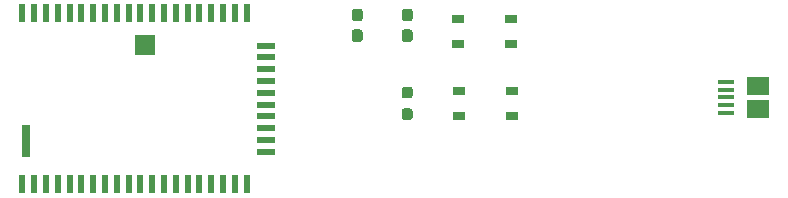
<source format=gbr>
%TF.GenerationSoftware,KiCad,Pcbnew,(5.1.9)-1*%
%TF.CreationDate,2021-12-20T00:17:31+00:00*%
%TF.ProjectId,BM83 breakout,424d3833-2062-4726-9561-6b6f75742e6b,rev?*%
%TF.SameCoordinates,Original*%
%TF.FileFunction,Paste,Top*%
%TF.FilePolarity,Positive*%
%FSLAX46Y46*%
G04 Gerber Fmt 4.6, Leading zero omitted, Abs format (unit mm)*
G04 Created by KiCad (PCBNEW (5.1.9)-1) date 2021-12-20 00:17:31*
%MOMM*%
%LPD*%
G01*
G04 APERTURE LIST*
%ADD10R,1.900000X1.500000*%
%ADD11R,1.350000X0.400000*%
%ADD12R,1.780000X1.780000*%
%ADD13R,0.760000X2.790000*%
%ADD14R,0.600000X1.500000*%
%ADD15R,1.500000X0.600000*%
%ADD16R,1.000000X0.750000*%
G04 APERTURE END LIST*
D10*
%TO.C,J3*%
X135349500Y-98536000D03*
D11*
X132649500Y-97536000D03*
X132649500Y-96886000D03*
X132649500Y-96236000D03*
X132649500Y-98836000D03*
X132649500Y-98186000D03*
D10*
X135349500Y-96536000D03*
%TD*%
D12*
%TO.C,U1*%
X83510000Y-93136000D03*
D13*
X73400000Y-101196000D03*
D14*
X73080000Y-90406000D03*
X74080000Y-90406000D03*
X75080000Y-90406000D03*
X76080000Y-90406000D03*
X77080000Y-90406000D03*
X78080000Y-90406000D03*
X79080000Y-90406000D03*
X80080000Y-90406000D03*
X81080000Y-90406000D03*
X82080000Y-90406000D03*
X83080000Y-90406000D03*
X84080000Y-90406000D03*
X85080000Y-90406000D03*
X86080000Y-90406000D03*
X87080000Y-90406000D03*
X88080000Y-90406000D03*
X89080000Y-90406000D03*
X90080000Y-90406000D03*
X91080000Y-90406000D03*
X92080000Y-90406000D03*
D15*
X93730000Y-93156000D03*
X93730000Y-94156000D03*
X93730000Y-95156000D03*
X93730000Y-96156000D03*
X93730000Y-97156000D03*
X93730000Y-98156000D03*
X93730000Y-99156000D03*
X93730000Y-100156000D03*
X93730000Y-101156000D03*
X93730000Y-102156000D03*
D14*
X92080000Y-104906000D03*
X91080000Y-104906000D03*
X90080000Y-104906000D03*
X89080000Y-104906000D03*
X88080000Y-104906000D03*
X87080000Y-104906000D03*
X86080000Y-104906000D03*
X85080000Y-104906000D03*
X84080000Y-104906000D03*
X83080000Y-104906000D03*
X82080000Y-104906000D03*
X81080000Y-104906000D03*
X80080000Y-104906000D03*
X79080000Y-104906000D03*
X78080000Y-104906000D03*
X77080000Y-104906000D03*
X76080000Y-104906000D03*
X75080000Y-104906000D03*
X74080000Y-104906000D03*
X73080000Y-104906000D03*
%TD*%
D16*
%TO.C,RST*%
X110069022Y-96972303D03*
X114569022Y-96972303D03*
X114569022Y-99122303D03*
X110069022Y-99122303D03*
%TD*%
%TO.C,MFB*%
X114466978Y-93019697D03*
X109966978Y-93019697D03*
X109966978Y-90869697D03*
X114466978Y-90869697D03*
%TD*%
%TO.C,R1*%
G36*
G01*
X105901500Y-97619000D02*
X105426500Y-97619000D01*
G75*
G02*
X105189000Y-97381500I0J237500D01*
G01*
X105189000Y-96881500D01*
G75*
G02*
X105426500Y-96644000I237500J0D01*
G01*
X105901500Y-96644000D01*
G75*
G02*
X106139000Y-96881500I0J-237500D01*
G01*
X106139000Y-97381500D01*
G75*
G02*
X105901500Y-97619000I-237500J0D01*
G01*
G37*
G36*
G01*
X105901500Y-99444000D02*
X105426500Y-99444000D01*
G75*
G02*
X105189000Y-99206500I0J237500D01*
G01*
X105189000Y-98706500D01*
G75*
G02*
X105426500Y-98469000I237500J0D01*
G01*
X105901500Y-98469000D01*
G75*
G02*
X106139000Y-98706500I0J-237500D01*
G01*
X106139000Y-99206500D01*
G75*
G02*
X105901500Y-99444000I-237500J0D01*
G01*
G37*
%TD*%
%TO.C,D2*%
G36*
G01*
X101190500Y-91790000D02*
X101665500Y-91790000D01*
G75*
G02*
X101903000Y-92027500I0J-237500D01*
G01*
X101903000Y-92602500D01*
G75*
G02*
X101665500Y-92840000I-237500J0D01*
G01*
X101190500Y-92840000D01*
G75*
G02*
X100953000Y-92602500I0J237500D01*
G01*
X100953000Y-92027500D01*
G75*
G02*
X101190500Y-91790000I237500J0D01*
G01*
G37*
G36*
G01*
X101190500Y-90040000D02*
X101665500Y-90040000D01*
G75*
G02*
X101903000Y-90277500I0J-237500D01*
G01*
X101903000Y-90852500D01*
G75*
G02*
X101665500Y-91090000I-237500J0D01*
G01*
X101190500Y-91090000D01*
G75*
G02*
X100953000Y-90852500I0J237500D01*
G01*
X100953000Y-90277500D01*
G75*
G02*
X101190500Y-90040000I237500J0D01*
G01*
G37*
%TD*%
%TO.C,D1*%
G36*
G01*
X105426500Y-91790000D02*
X105901500Y-91790000D01*
G75*
G02*
X106139000Y-92027500I0J-237500D01*
G01*
X106139000Y-92602500D01*
G75*
G02*
X105901500Y-92840000I-237500J0D01*
G01*
X105426500Y-92840000D01*
G75*
G02*
X105189000Y-92602500I0J237500D01*
G01*
X105189000Y-92027500D01*
G75*
G02*
X105426500Y-91790000I237500J0D01*
G01*
G37*
G36*
G01*
X105426500Y-90040000D02*
X105901500Y-90040000D01*
G75*
G02*
X106139000Y-90277500I0J-237500D01*
G01*
X106139000Y-90852500D01*
G75*
G02*
X105901500Y-91090000I-237500J0D01*
G01*
X105426500Y-91090000D01*
G75*
G02*
X105189000Y-90852500I0J237500D01*
G01*
X105189000Y-90277500D01*
G75*
G02*
X105426500Y-90040000I237500J0D01*
G01*
G37*
%TD*%
M02*

</source>
